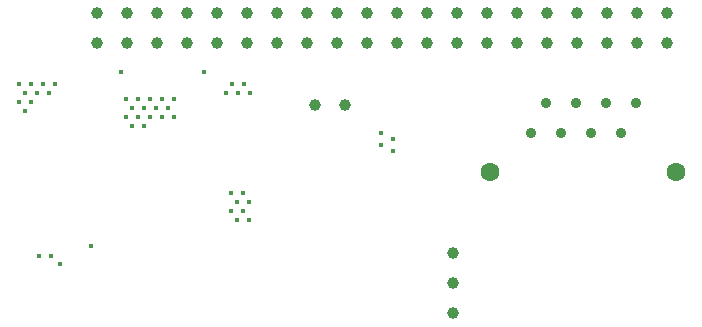
<source format=gbr>
%TF.GenerationSoftware,KiCad,Pcbnew,(6.0.5-0)*%
%TF.CreationDate,2024-08-31T12:48:49+10:00*%
%TF.ProjectId,AAPiHat,41415069-4861-4742-9e6b-696361645f70,rev?*%
%TF.SameCoordinates,Original*%
%TF.FileFunction,Plated,1,4,PTH,Drill*%
%TF.FilePolarity,Positive*%
%FSLAX46Y46*%
G04 Gerber Fmt 4.6, Leading zero omitted, Abs format (unit mm)*
G04 Created by KiCad (PCBNEW (6.0.5-0)) date 2024-08-31 12:48:49*
%MOMM*%
%LPD*%
G01*
G04 APERTURE LIST*
%TA.AperFunction,ViaDrill*%
%ADD10C,0.400000*%
%TD*%
%TA.AperFunction,ComponentDrill*%
%ADD11C,0.900000*%
%TD*%
%TA.AperFunction,ComponentDrill*%
%ADD12C,1.000000*%
%TD*%
%TA.AperFunction,ComponentDrill*%
%ADD13C,1.600000*%
%TD*%
G04 APERTURE END LIST*
D10*
X49276000Y-86995000D03*
X49276000Y-88519000D03*
X49784000Y-87757000D03*
X49784000Y-89281000D03*
X50292000Y-86995000D03*
X50292000Y-88519000D03*
X50800000Y-87757000D03*
X50927000Y-101600000D03*
X51308000Y-86995000D03*
X51816000Y-87757000D03*
X51943000Y-101600000D03*
X52324000Y-86995000D03*
X52705000Y-102235000D03*
X55372000Y-100711000D03*
X57912000Y-85979000D03*
X58293000Y-88265000D03*
X58293000Y-89789000D03*
X58801000Y-89027000D03*
X58801000Y-90551000D03*
X59309000Y-88265000D03*
X59309000Y-89789000D03*
X59817000Y-89027000D03*
X59817000Y-90551000D03*
X60325000Y-88265000D03*
X60325000Y-89789000D03*
X60833000Y-89027000D03*
X61341000Y-88265000D03*
X61341000Y-89789000D03*
X61849000Y-89027000D03*
X62357000Y-88265000D03*
X62357000Y-89789000D03*
X64897000Y-85979000D03*
X66802000Y-87757000D03*
X67183000Y-96266000D03*
X67183000Y-97790000D03*
X67310000Y-86995000D03*
X67691000Y-97028000D03*
X67691000Y-98552000D03*
X67818000Y-87757000D03*
X68199000Y-96266000D03*
X68199000Y-97790000D03*
X68326000Y-86995000D03*
X68707000Y-97028000D03*
X68707000Y-98552000D03*
X68834000Y-87757000D03*
X79883000Y-91186000D03*
X79883000Y-92202000D03*
X80899000Y-91694000D03*
X80899000Y-92710000D03*
D11*
%TO.C,J2*%
X92583000Y-91187500D03*
X93853000Y-88647500D03*
X95123000Y-91187500D03*
X96393000Y-88647500D03*
X97663000Y-91187500D03*
X98933000Y-88647500D03*
X100203000Y-91187500D03*
X101473000Y-88647500D03*
D12*
%TO.C,J1*%
X55885000Y-81031000D03*
X55885000Y-83571000D03*
X58425000Y-81031000D03*
X58425000Y-83571000D03*
X60965000Y-81031000D03*
X60965000Y-83571000D03*
X63505000Y-81031000D03*
X63505000Y-83571000D03*
X66045000Y-81031000D03*
X66045000Y-83571000D03*
X68585000Y-81031000D03*
X68585000Y-83571000D03*
X71125000Y-81031000D03*
X71125000Y-83571000D03*
X73665000Y-81031000D03*
X73665000Y-83571000D03*
%TO.C,JP2*%
X74300000Y-88773000D03*
%TO.C,J1*%
X76205000Y-81031000D03*
X76205000Y-83571000D03*
%TO.C,JP2*%
X76840000Y-88773000D03*
%TO.C,J1*%
X78745000Y-81031000D03*
X78745000Y-83571000D03*
X81285000Y-81031000D03*
X81285000Y-83571000D03*
X83825000Y-81031000D03*
X83825000Y-83571000D03*
%TO.C,JP1*%
X85979000Y-101346000D03*
X85979000Y-103886000D03*
X85979000Y-106426000D03*
%TO.C,J1*%
X86365000Y-81031000D03*
X86365000Y-83571000D03*
X88905000Y-81031000D03*
X88905000Y-83571000D03*
X91445000Y-81031000D03*
X91445000Y-83571000D03*
X93985000Y-81031000D03*
X93985000Y-83571000D03*
X96525000Y-81031000D03*
X96525000Y-83571000D03*
X99065000Y-81031000D03*
X99065000Y-83571000D03*
X101605000Y-81031000D03*
X101605000Y-83571000D03*
X104145000Y-81031000D03*
X104145000Y-83571000D03*
D13*
%TO.C,J2*%
X89128000Y-94487500D03*
X104928000Y-94487500D03*
M02*

</source>
